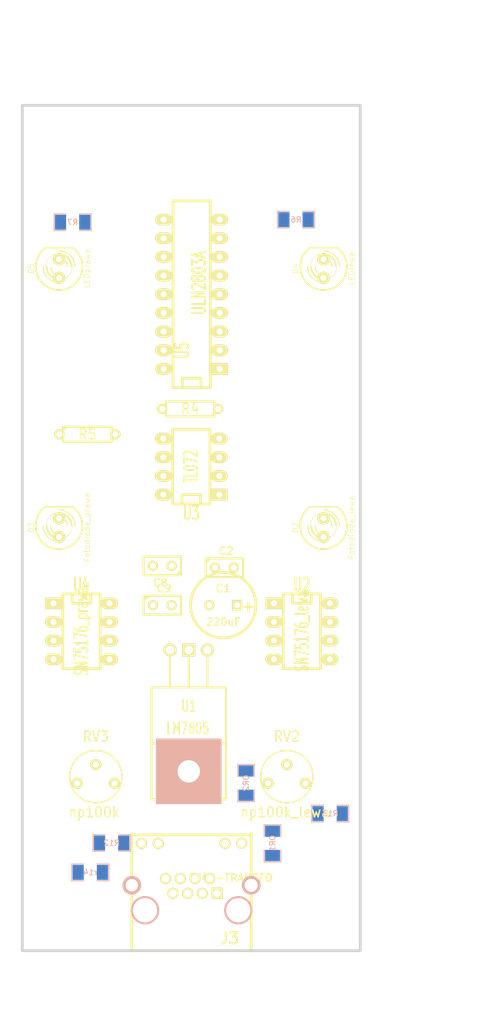
<source format=kicad_pcb>
(kicad_pcb (version 3) (host pcbnew "(2013-07-07 BZR 4022)-stable")

  (general
    (links 63)
    (no_connects 63)
    (area 126.458979 56.108599 172.839381 171.490641)
    (thickness 1.6002)
    (drawings 15)
    (tracks 0)
    (zones 0)
    (modules 25)
    (nets 21)
  )

  (page A4)
  (layers
    (15 Front signal)
    (0 Back signal)
    (16 Kleju_Dolna user)
    (17 Kleju_Gorna user)
    (18 Pasty_Dolna user)
    (19 Pasty_Gorna user)
    (20 Opisowa_Dolna user)
    (21 Opisowa_Gorna user)
    (22 Maski_Dolna user)
    (23 Maski_Gorna user)
    (24 Rysunkowa user)
    (25 Komentarzy user)
    (26 ECO1 user)
    (27 ECO2 user)
    (28 Krawedziowa user)
  )

  (setup
    (last_trace_width 0.50038)
    (trace_clearance 0.29972)
    (zone_clearance 0.508)
    (zone_45_only no)
    (trace_min 0.2032)
    (segment_width 0.381)
    (edge_width 0.381)
    (via_size 0.889)
    (via_drill 0.635)
    (via_min_size 0.889)
    (via_min_drill 0.508)
    (uvia_size 0.508)
    (uvia_drill 0.127)
    (uvias_allowed no)
    (uvia_min_size 0.508)
    (uvia_min_drill 0.127)
    (pcb_text_width 0.3048)
    (pcb_text_size 1.524 2.032)
    (mod_edge_width 0.381)
    (mod_text_size 1.524 1.524)
    (mod_text_width 0.3048)
    (pad_size 1.524 1.524)
    (pad_drill 0.8128)
    (pad_to_mask_clearance 0.254)
    (aux_axis_origin 0 0)
    (visible_elements 7FFFFFFF)
    (pcbplotparams
      (layerselection 268435457)
      (usegerberextensions true)
      (excludeedgelayer true)
      (linewidth 0.100000)
      (plotframeref false)
      (viasonmask false)
      (mode 1)
      (useauxorigin false)
      (hpglpennumber 1)
      (hpglpenspeed 20)
      (hpglpendiameter 15)
      (hpglpenoverlay 2)
      (psnegative false)
      (psa4output false)
      (plotreference true)
      (plotvalue true)
      (plotothertext true)
      (plotinvisibletext false)
      (padsonsilk false)
      (subtractmaskfromsilk false)
      (outputformat 1)
      (mirror false)
      (drillshape 0)
      (scaleselection 1)
      (outputdirectory gerber/))
  )

  (net 0 "")
  (net 1 +5V)
  (net 2 GND)
  (net 3 N-0000019)
  (net 4 N-000002)
  (net 5 N-0000020)
  (net 6 N-0000022)
  (net 7 N-0000023)
  (net 8 N-0000024)
  (net 9 N-0000025)
  (net 10 N-0000026)
  (net 11 N-0000027)
  (net 12 N-0000028)
  (net 13 N-0000029)
  (net 14 N-0000030)
  (net 15 N-0000033)
  (net 16 N-0000034)
  (net 17 N-0000035)
  (net 18 N-000004)
  (net 19 N-000006)
  (net 20 N-000009)

  (net_class Default "This is the default net class."
    (clearance 0.29972)
    (trace_width 0.50038)
    (via_dia 0.889)
    (via_drill 0.635)
    (uvia_dia 0.508)
    (uvia_drill 0.127)
    (add_net "")
    (add_net +5V)
    (add_net N-0000019)
    (add_net N-000002)
    (add_net N-0000020)
    (add_net N-0000022)
    (add_net N-0000023)
    (add_net N-0000024)
    (add_net N-0000025)
    (add_net N-0000026)
    (add_net N-0000027)
    (add_net N-0000028)
    (add_net N-0000029)
    (add_net N-0000030)
    (add_net N-0000033)
    (add_net N-0000034)
    (add_net N-0000035)
    (add_net N-000004)
    (add_net N-000006)
    (add_net N-000009)
  )

  (net_class GND ""
    (clearance 0.29972)
    (trace_width 0.59944)
    (via_dia 0.889)
    (via_drill 0.635)
    (uvia_dia 0.508)
    (uvia_drill 0.127)
    (add_net GND)
  )

  (module C1 (layer Front) (tedit 3F92C496) (tstamp 51AB8605)
    (at 145.699 118.951 180)
    (descr "Condensateur e = 1 pas")
    (tags C)
    (path /50F18F96)
    (fp_text reference C8 (at 0.254 -2.286 180) (layer Opisowa_Gorna)
      (effects (font (size 1.016 1.016) (thickness 0.2032)))
    )
    (fp_text value 100nF (at 0 -2.286 180) (layer Opisowa_Gorna) hide
      (effects (font (size 1.016 1.016) (thickness 0.2032)))
    )
    (fp_line (start -2.4892 -1.27) (end 2.54 -1.27) (layer Opisowa_Gorna) (width 0.3048))
    (fp_line (start 2.54 -1.27) (end 2.54 1.27) (layer Opisowa_Gorna) (width 0.3048))
    (fp_line (start 2.54 1.27) (end -2.54 1.27) (layer Opisowa_Gorna) (width 0.3048))
    (fp_line (start -2.54 1.27) (end -2.54 -1.27) (layer Opisowa_Gorna) (width 0.3048))
    (fp_line (start -2.54 -0.635) (end -1.905 -1.27) (layer Opisowa_Gorna) (width 0.3048))
    (pad 1 thru_hole circle (at -1.27 0 180) (size 1.397 1.397) (drill 0.8128)
      (layers *.Cu *.Mask Opisowa_Gorna)
      (net 2 GND)
    )
    (pad 2 thru_hole circle (at 1.27 0 180) (size 1.397 1.397) (drill 0.8128)
      (layers *.Cu *.Mask Opisowa_Gorna)
      (net 1 +5V)
    )
    (model discret/capa_1_pas.wrl
      (at (xyz 0 0 0))
      (scale (xyz 1 1 1))
      (rotate (xyz 0 0 0))
    )
  )

  (module C1 (layer Front) (tedit 3F92C496) (tstamp 51AB8607)
    (at 154.15 119.2)
    (descr "Condensateur e = 1 pas")
    (tags C)
    (path /50F18F3F)
    (fp_text reference C2 (at 0.254 -2.286) (layer Opisowa_Gorna)
      (effects (font (size 1.016 1.016) (thickness 0.2032)))
    )
    (fp_text value 100nF (at 0 -2.286) (layer Opisowa_Gorna) hide
      (effects (font (size 1.016 1.016) (thickness 0.2032)))
    )
    (fp_line (start -2.4892 -1.27) (end 2.54 -1.27) (layer Opisowa_Gorna) (width 0.3048))
    (fp_line (start 2.54 -1.27) (end 2.54 1.27) (layer Opisowa_Gorna) (width 0.3048))
    (fp_line (start 2.54 1.27) (end -2.54 1.27) (layer Opisowa_Gorna) (width 0.3048))
    (fp_line (start -2.54 1.27) (end -2.54 -1.27) (layer Opisowa_Gorna) (width 0.3048))
    (fp_line (start -2.54 -0.635) (end -1.905 -1.27) (layer Opisowa_Gorna) (width 0.3048))
    (pad 1 thru_hole circle (at -1.27 0) (size 1.397 1.397) (drill 0.8128)
      (layers *.Cu *.Mask Opisowa_Gorna)
      (net 2 GND)
    )
    (pad 2 thru_hole circle (at 1.27 0) (size 1.397 1.397) (drill 0.8128)
      (layers *.Cu *.Mask Opisowa_Gorna)
      (net 8 N-0000024)
    )
    (model discret/capa_1_pas.wrl
      (at (xyz 0 0 0))
      (scale (xyz 1 1 1))
      (rotate (xyz 0 0 0))
    )
  )

  (module DIP-8__300_ELL (layer Front) (tedit 200000) (tstamp 51AB860B)
    (at 164.701 127.851 270)
    (descr "8 pins DIL package, elliptical pads")
    (tags DIL)
    (path /51AB4B39)
    (fp_text reference U2 (at -6.35 0 360) (layer Opisowa_Gorna)
      (effects (font (size 1.778 1.143) (thickness 0.28702)))
    )
    (fp_text value SN75176_lewa (at 0 0 270) (layer Opisowa_Gorna)
      (effects (font (size 1.778 1.016) (thickness 0.254)))
    )
    (fp_line (start -5.08 -1.27) (end -3.81 -1.27) (layer Opisowa_Gorna) (width 0.381))
    (fp_line (start -3.81 -1.27) (end -3.81 1.27) (layer Opisowa_Gorna) (width 0.381))
    (fp_line (start -3.81 1.27) (end -5.08 1.27) (layer Opisowa_Gorna) (width 0.381))
    (fp_line (start -5.08 -2.54) (end 5.08 -2.54) (layer Opisowa_Gorna) (width 0.381))
    (fp_line (start 5.08 -2.54) (end 5.08 2.54) (layer Opisowa_Gorna) (width 0.381))
    (fp_line (start 5.08 2.54) (end -5.08 2.54) (layer Opisowa_Gorna) (width 0.381))
    (fp_line (start -5.08 2.54) (end -5.08 -2.54) (layer Opisowa_Gorna) (width 0.381))
    (pad 1 thru_hole rect (at -3.81 3.81 270) (size 1.5748 2.286) (drill 0.8128)
      (layers *.Cu *.Mask Opisowa_Gorna)
      (net 2 GND)
    )
    (pad 2 thru_hole oval (at -1.27 3.81 270) (size 1.5748 2.286) (drill 0.8128)
      (layers *.Cu *.Mask Opisowa_Gorna)
      (net 2 GND)
    )
    (pad 3 thru_hole oval (at 1.27 3.81 270) (size 1.5748 2.286) (drill 0.8128)
      (layers *.Cu *.Mask Opisowa_Gorna)
      (net 1 +5V)
    )
    (pad 4 thru_hole oval (at 3.81 3.81 270) (size 1.5748 2.286) (drill 0.8128)
      (layers *.Cu *.Mask Opisowa_Gorna)
      (net 9 N-0000025)
    )
    (pad 5 thru_hole oval (at 3.81 -3.81 270) (size 1.5748 2.286) (drill 0.8128)
      (layers *.Cu *.Mask Opisowa_Gorna)
      (net 2 GND)
    )
    (pad 6 thru_hole oval (at 1.27 -3.81 270) (size 1.5748 2.286) (drill 0.8128)
      (layers *.Cu *.Mask Opisowa_Gorna)
      (net 17 N-0000035)
    )
    (pad 7 thru_hole oval (at -1.27 -3.81 270) (size 1.5748 2.286) (drill 0.8128)
      (layers *.Cu *.Mask Opisowa_Gorna)
      (net 12 N-0000028)
    )
    (pad 8 thru_hole oval (at -3.81 -3.81 270) (size 1.5748 2.286) (drill 0.8128)
      (layers *.Cu *.Mask Opisowa_Gorna)
      (net 1 +5V)
    )
    (model dil/dil_8.wrl
      (at (xyz 0 0 0))
      (scale (xyz 1 1 1))
      (rotate (xyz 0 0 0))
    )
  )

  (module DIP-8__300_ELL (layer Front) (tedit 200000) (tstamp 51AB860D)
    (at 149.649 105.451 90)
    (descr "8 pins DIL package, elliptical pads")
    (tags DIL)
    (path /51AB4330)
    (fp_text reference U3 (at -6.35 0 180) (layer Opisowa_Gorna)
      (effects (font (size 1.778 1.143) (thickness 0.28702)))
    )
    (fp_text value TL072 (at 0 0 90) (layer Opisowa_Gorna)
      (effects (font (size 1.778 1.016) (thickness 0.254)))
    )
    (fp_line (start -5.08 -1.27) (end -3.81 -1.27) (layer Opisowa_Gorna) (width 0.381))
    (fp_line (start -3.81 -1.27) (end -3.81 1.27) (layer Opisowa_Gorna) (width 0.381))
    (fp_line (start -3.81 1.27) (end -5.08 1.27) (layer Opisowa_Gorna) (width 0.381))
    (fp_line (start -5.08 -2.54) (end 5.08 -2.54) (layer Opisowa_Gorna) (width 0.381))
    (fp_line (start 5.08 -2.54) (end 5.08 2.54) (layer Opisowa_Gorna) (width 0.381))
    (fp_line (start 5.08 2.54) (end -5.08 2.54) (layer Opisowa_Gorna) (width 0.381))
    (fp_line (start -5.08 2.54) (end -5.08 -2.54) (layer Opisowa_Gorna) (width 0.381))
    (pad 1 thru_hole rect (at -3.81 3.81 90) (size 1.5748 2.286) (drill 0.8128)
      (layers *.Cu *.Mask Opisowa_Gorna)
      (net 20 N-000009)
    )
    (pad 2 thru_hole oval (at -1.27 3.81 90) (size 1.5748 2.286) (drill 0.8128)
      (layers *.Cu *.Mask Opisowa_Gorna)
      (net 6 N-0000022)
    )
    (pad 3 thru_hole oval (at 1.27 3.81 90) (size 1.5748 2.286) (drill 0.8128)
      (layers *.Cu *.Mask Opisowa_Gorna)
      (net 14 N-0000030)
    )
    (pad 4 thru_hole oval (at 3.81 3.81 90) (size 1.5748 2.286) (drill 0.8128)
      (layers *.Cu *.Mask Opisowa_Gorna)
      (net 2 GND)
    )
    (pad 5 thru_hole oval (at 3.81 -3.81 90) (size 1.5748 2.286) (drill 0.8128)
      (layers *.Cu *.Mask Opisowa_Gorna)
      (net 10 N-0000026)
    )
    (pad 6 thru_hole oval (at 1.27 -3.81 90) (size 1.5748 2.286) (drill 0.8128)
      (layers *.Cu *.Mask Opisowa_Gorna)
      (net 4 N-000002)
    )
    (pad 7 thru_hole oval (at -1.27 -3.81 90) (size 1.5748 2.286) (drill 0.8128)
      (layers *.Cu *.Mask Opisowa_Gorna)
      (net 19 N-000006)
    )
    (pad 8 thru_hole oval (at -3.81 -3.81 90) (size 1.5748 2.286) (drill 0.8128)
      (layers *.Cu *.Mask Opisowa_Gorna)
      (net 1 +5V)
    )
    (model dil/dil_8.wrl
      (at (xyz 0 0 0))
      (scale (xyz 1 1 1))
      (rotate (xyz 0 0 0))
    )
  )

  (module DIP-8__300_ELL (layer Front) (tedit 200000) (tstamp 51AB860F)
    (at 134.699 127.851 270)
    (descr "8 pins DIL package, elliptical pads")
    (tags DIL)
    (path /51AB4E03)
    (fp_text reference U4 (at -6.35 0 360) (layer Opisowa_Gorna)
      (effects (font (size 1.778 1.143) (thickness 0.28702)))
    )
    (fp_text value SN75176_prawa (at 0 0 270) (layer Opisowa_Gorna)
      (effects (font (size 1.778 1.016) (thickness 0.254)))
    )
    (fp_line (start -5.08 -1.27) (end -3.81 -1.27) (layer Opisowa_Gorna) (width 0.381))
    (fp_line (start -3.81 -1.27) (end -3.81 1.27) (layer Opisowa_Gorna) (width 0.381))
    (fp_line (start -3.81 1.27) (end -5.08 1.27) (layer Opisowa_Gorna) (width 0.381))
    (fp_line (start -5.08 -2.54) (end 5.08 -2.54) (layer Opisowa_Gorna) (width 0.381))
    (fp_line (start 5.08 -2.54) (end 5.08 2.54) (layer Opisowa_Gorna) (width 0.381))
    (fp_line (start 5.08 2.54) (end -5.08 2.54) (layer Opisowa_Gorna) (width 0.381))
    (fp_line (start -5.08 2.54) (end -5.08 -2.54) (layer Opisowa_Gorna) (width 0.381))
    (pad 1 thru_hole rect (at -3.81 3.81 270) (size 1.5748 2.286) (drill 0.8128)
      (layers *.Cu *.Mask Opisowa_Gorna)
      (net 2 GND)
    )
    (pad 2 thru_hole oval (at -1.27 3.81 270) (size 1.5748 2.286) (drill 0.8128)
      (layers *.Cu *.Mask Opisowa_Gorna)
      (net 2 GND)
    )
    (pad 3 thru_hole oval (at 1.27 3.81 270) (size 1.5748 2.286) (drill 0.8128)
      (layers *.Cu *.Mask Opisowa_Gorna)
      (net 1 +5V)
    )
    (pad 4 thru_hole oval (at 3.81 3.81 270) (size 1.5748 2.286) (drill 0.8128)
      (layers *.Cu *.Mask Opisowa_Gorna)
      (net 3 N-0000019)
    )
    (pad 5 thru_hole oval (at 3.81 -3.81 270) (size 1.5748 2.286) (drill 0.8128)
      (layers *.Cu *.Mask Opisowa_Gorna)
      (net 2 GND)
    )
    (pad 6 thru_hole oval (at 1.27 -3.81 270) (size 1.5748 2.286) (drill 0.8128)
      (layers *.Cu *.Mask Opisowa_Gorna)
      (net 15 N-0000033)
    )
    (pad 7 thru_hole oval (at -1.27 -3.81 270) (size 1.5748 2.286) (drill 0.8128)
      (layers *.Cu *.Mask Opisowa_Gorna)
      (net 13 N-0000029)
    )
    (pad 8 thru_hole oval (at -3.81 -3.81 270) (size 1.5748 2.286) (drill 0.8128)
      (layers *.Cu *.Mask Opisowa_Gorna)
      (net 1 +5V)
    )
    (model dil/dil_8.wrl
      (at (xyz 0 0 0))
      (scale (xyz 1 1 1))
      (rotate (xyz 0 0 0))
    )
  )

  (module LED-5MM (layer Front) (tedit 49BFA269) (tstamp 51AB8611)
    (at 131.651 113.749 90)
    (descr "LED 5mm - Lead pitch 100mil (2,54mm)")
    (tags "LED led 5mm 5MM 100mil 2,54mm")
    (path /51AB4E06)
    (attr virtual)
    (fp_text reference D3 (at 0 -3.81 90) (layer Opisowa_Gorna)
      (effects (font (size 0.762 0.762) (thickness 0.0889)))
    )
    (fp_text value Fotodioda_prawa (at 0 3.81 90) (layer Opisowa_Gorna)
      (effects (font (size 0.762 0.762) (thickness 0.0889)))
    )
    (fp_line (start 2.8448 1.905) (end 2.8448 -1.905) (layer Opisowa_Gorna) (width 0.2032))
    (fp_circle (center 0.254 0) (end -1.016 1.27) (layer Opisowa_Gorna) (width 0.0762))
    (fp_arc (start 0.254 0) (end 2.794 1.905) (angle 286.2) (layer Opisowa_Gorna) (width 0.254))
    (fp_arc (start 0.254 0) (end -0.889 0) (angle 90) (layer Opisowa_Gorna) (width 0.1524))
    (fp_arc (start 0.254 0) (end 1.397 0) (angle 90) (layer Opisowa_Gorna) (width 0.1524))
    (fp_arc (start 0.254 0) (end -1.397 0) (angle 90) (layer Opisowa_Gorna) (width 0.1524))
    (fp_arc (start 0.254 0) (end 1.905 0) (angle 90) (layer Opisowa_Gorna) (width 0.1524))
    (fp_arc (start 0.254 0) (end -1.905 0) (angle 90) (layer Opisowa_Gorna) (width 0.1524))
    (fp_arc (start 0.254 0) (end 2.413 0) (angle 90) (layer Opisowa_Gorna) (width 0.1524))
    (pad 1 thru_hole circle (at -1.27 0 90) (size 1.6764 1.6764) (drill 0.8128)
      (layers *.Cu Pasty_Gorna Opisowa_Gorna Maski_Gorna)
      (net 2 GND)
    )
    (pad 2 thru_hole circle (at 1.27 0 90) (size 1.6764 1.6764) (drill 0.8128)
      (layers *.Cu Pasty_Gorna Opisowa_Gorna Maski_Gorna)
      (net 10 N-0000026)
    )
    (model discret/leds/led5_vertical_verde.wrl
      (at (xyz 0 0 0))
      (scale (xyz 1 1 1))
      (rotate (xyz 0 0 0))
    )
  )

  (module LED-5MM (layer Front) (tedit 49BFA269) (tstamp 51AB8613)
    (at 167.65 113.749 90)
    (descr "LED 5mm - Lead pitch 100mil (2,54mm)")
    (tags "LED led 5mm 5MM 100mil 2,54mm")
    (path /51AB435E)
    (attr virtual)
    (fp_text reference D2 (at 0 -3.81 90) (layer Opisowa_Gorna)
      (effects (font (size 0.762 0.762) (thickness 0.0889)))
    )
    (fp_text value Fotodioda_lewa (at 0 3.81 90) (layer Opisowa_Gorna)
      (effects (font (size 0.762 0.762) (thickness 0.0889)))
    )
    (fp_line (start 2.8448 1.905) (end 2.8448 -1.905) (layer Opisowa_Gorna) (width 0.2032))
    (fp_circle (center 0.254 0) (end -1.016 1.27) (layer Opisowa_Gorna) (width 0.0762))
    (fp_arc (start 0.254 0) (end 2.794 1.905) (angle 286.2) (layer Opisowa_Gorna) (width 0.254))
    (fp_arc (start 0.254 0) (end -0.889 0) (angle 90) (layer Opisowa_Gorna) (width 0.1524))
    (fp_arc (start 0.254 0) (end 1.397 0) (angle 90) (layer Opisowa_Gorna) (width 0.1524))
    (fp_arc (start 0.254 0) (end -1.397 0) (angle 90) (layer Opisowa_Gorna) (width 0.1524))
    (fp_arc (start 0.254 0) (end 1.905 0) (angle 90) (layer Opisowa_Gorna) (width 0.1524))
    (fp_arc (start 0.254 0) (end -1.905 0) (angle 90) (layer Opisowa_Gorna) (width 0.1524))
    (fp_arc (start 0.254 0) (end 2.413 0) (angle 90) (layer Opisowa_Gorna) (width 0.1524))
    (pad 1 thru_hole circle (at -1.27 0 90) (size 1.6764 1.6764) (drill 0.8128)
      (layers *.Cu Pasty_Gorna Opisowa_Gorna Maski_Gorna)
      (net 2 GND)
    )
    (pad 2 thru_hole circle (at 1.27 0 90) (size 1.6764 1.6764) (drill 0.8128)
      (layers *.Cu Pasty_Gorna Opisowa_Gorna Maski_Gorna)
      (net 14 N-0000030)
    )
    (model discret/leds/led5_vertical_verde.wrl
      (at (xyz 0 0 0))
      (scale (xyz 1 1 1))
      (rotate (xyz 0 0 0))
    )
  )

  (module LM78XX (layer Front) (tedit 200000) (tstamp 51AB8614)
    (at 149.3 130.4 270)
    (descr "Regulateur TO220 serie LM78xx")
    (tags "TR TO220")
    (path /50F18F4B)
    (fp_text reference U1 (at 7.62 0 360) (layer Opisowa_Gorna)
      (effects (font (size 1.524 1.016) (thickness 0.2032)))
    )
    (fp_text value LM7805 (at 10.668 0.127 360) (layer Opisowa_Gorna)
      (effects (font (size 1.524 1.016) (thickness 0.2032)))
    )
    (fp_line (start 0 -2.54) (end 5.08 -2.54) (layer Opisowa_Gorna) (width 0.3048))
    (fp_line (start 0 0) (end 5.08 0) (layer Opisowa_Gorna) (width 0.3048))
    (fp_line (start 0 2.54) (end 5.08 2.54) (layer Opisowa_Gorna) (width 0.3048))
    (fp_line (start 5.08 -3.81) (end 5.08 5.08) (layer Opisowa_Gorna) (width 0.3048))
    (fp_line (start 5.08 5.08) (end 20.32 5.08) (layer Opisowa_Gorna) (width 0.3048))
    (fp_line (start 20.32 5.08) (end 20.32 -5.08) (layer Opisowa_Gorna) (width 0.3048))
    (fp_line (start 5.08 -3.81) (end 5.08 -5.08) (layer Opisowa_Gorna) (width 0.3048))
    (fp_line (start 12.7 3.81) (end 12.7 -5.08) (layer Opisowa_Gorna) (width 0.3048))
    (fp_line (start 12.7 3.81) (end 12.7 5.08) (layer Opisowa_Gorna) (width 0.3048))
    (fp_line (start 5.08 -5.08) (end 20.32 -5.08) (layer Opisowa_Gorna) (width 0.3048))
    (pad 4 thru_hole rect (at 16.51 0 270) (size 8.89 8.89) (drill 3.048)
      (layers *.Cu *.SilkS *.Mask)
    )
    (pad VI thru_hole circle (at 0 -2.54 270) (size 1.778 1.778) (drill 1.143)
      (layers *.Cu *.Mask Opisowa_Gorna)
      (net 8 N-0000024)
    )
    (pad GND thru_hole rect (at 0 0 270) (size 1.778 1.778) (drill 1.143)
      (layers *.Cu *.Mask Opisowa_Gorna)
      (net 2 GND)
    )
    (pad VO thru_hole circle (at 0 2.54 270) (size 1.778 1.778) (drill 1.143)
      (layers *.Cu *.Mask Opisowa_Gorna)
      (net 1 +5V)
    )
    (model discret/to220_horiz.wrl
      (at (xyz 0 0 0))
      (scale (xyz 1 1 1))
      (rotate (xyz 0 0 0))
    )
  )

  (module R3 (layer Front) (tedit 200000) (tstamp 51AB8615)
    (at 135.499 101.049)
    (descr "Resitance 3 pas")
    (tags R)
    (path /51AB4E09)
    (autoplace_cost180 10)
    (fp_text reference R5 (at 0 0) (layer Opisowa_Gorna)
      (effects (font (size 1.397 1.27) (thickness 0.2032)))
    )
    (fp_text value 1,5M (at 0 0) (layer Opisowa_Gorna) hide
      (effects (font (size 1.397 1.27) (thickness 0.2032)))
    )
    (fp_line (start -3.81 0) (end -3.302 0) (layer Opisowa_Gorna) (width 0.3048))
    (fp_line (start 3.81 0) (end 3.302 0) (layer Opisowa_Gorna) (width 0.3048))
    (fp_line (start 3.302 0) (end 3.302 -1.016) (layer Opisowa_Gorna) (width 0.3048))
    (fp_line (start 3.302 -1.016) (end -3.302 -1.016) (layer Opisowa_Gorna) (width 0.3048))
    (fp_line (start -3.302 -1.016) (end -3.302 1.016) (layer Opisowa_Gorna) (width 0.3048))
    (fp_line (start -3.302 1.016) (end 3.302 1.016) (layer Opisowa_Gorna) (width 0.3048))
    (fp_line (start 3.302 1.016) (end 3.302 0) (layer Opisowa_Gorna) (width 0.3048))
    (fp_line (start -3.302 -0.508) (end -2.794 -1.016) (layer Opisowa_Gorna) (width 0.3048))
    (pad 1 thru_hole circle (at -3.81 0) (size 1.397 1.397) (drill 0.8128)
      (layers *.Cu *.Mask Opisowa_Gorna)
      (net 10 N-0000026)
    )
    (pad 2 thru_hole circle (at 3.81 0) (size 1.397 1.397) (drill 0.8128)
      (layers *.Cu *.Mask Opisowa_Gorna)
      (net 1 +5V)
    )
    (model discret/resistor.wrl
      (at (xyz 0 0 0))
      (scale (xyz 0.3 0.3 0.3))
      (rotate (xyz 0 0 0))
    )
  )

  (module R3 (layer Front) (tedit 200000) (tstamp 51AB8617)
    (at 149.499 97.5995 180)
    (descr "Resitance 3 pas")
    (tags R)
    (path /50F198D9)
    (autoplace_cost180 10)
    (fp_text reference R4 (at 0 0 180) (layer Opisowa_Gorna)
      (effects (font (size 1.397 1.27) (thickness 0.2032)))
    )
    (fp_text value 1,5M (at 0 0 180) (layer Opisowa_Gorna) hide
      (effects (font (size 1.397 1.27) (thickness 0.2032)))
    )
    (fp_line (start -3.81 0) (end -3.302 0) (layer Opisowa_Gorna) (width 0.3048))
    (fp_line (start 3.81 0) (end 3.302 0) (layer Opisowa_Gorna) (width 0.3048))
    (fp_line (start 3.302 0) (end 3.302 -1.016) (layer Opisowa_Gorna) (width 0.3048))
    (fp_line (start 3.302 -1.016) (end -3.302 -1.016) (layer Opisowa_Gorna) (width 0.3048))
    (fp_line (start -3.302 -1.016) (end -3.302 1.016) (layer Opisowa_Gorna) (width 0.3048))
    (fp_line (start -3.302 1.016) (end 3.302 1.016) (layer Opisowa_Gorna) (width 0.3048))
    (fp_line (start 3.302 1.016) (end 3.302 0) (layer Opisowa_Gorna) (width 0.3048))
    (fp_line (start -3.302 -0.508) (end -2.794 -1.016) (layer Opisowa_Gorna) (width 0.3048))
    (pad 1 thru_hole circle (at -3.81 0 180) (size 1.397 1.397) (drill 0.8128)
      (layers *.Cu *.Mask Opisowa_Gorna)
      (net 14 N-0000030)
    )
    (pad 2 thru_hole circle (at 3.81 0 180) (size 1.397 1.397) (drill 0.8128)
      (layers *.Cu *.Mask Opisowa_Gorna)
      (net 1 +5V)
    )
    (model discret/resistor.wrl
      (at (xyz 0 0 0))
      (scale (xyz 0.3 0.3 0.3))
      (rotate (xyz 0 0 0))
    )
  )

  (module RV2 (layer Front) (tedit 3FA15781) (tstamp 51AB861B)
    (at 136.649 147.249)
    (descr "Resistance variable / potentiometre")
    (tags R)
    (path /51AB4E0D)
    (autoplace_cost90 10)
    (autoplace_cost180 10)
    (fp_text reference RV3 (at 0 -5.08) (layer Opisowa_Gorna)
      (effects (font (size 1.397 1.27) (thickness 0.2032)))
    )
    (fp_text value np100k (at -0.254 5.207) (layer Opisowa_Gorna)
      (effects (font (size 1.397 1.27) (thickness 0.2032)))
    )
    (fp_circle (center 0 0.381) (end 0 -3.175) (layer Opisowa_Gorna) (width 0.2032))
    (pad 1 thru_hole circle (at -2.54 1.27) (size 1.524 1.524) (drill 0.8128)
      (layers *.Cu *.Mask Opisowa_Gorna)
      (net 1 +5V)
    )
    (pad 2 thru_hole circle (at 0 -1.27) (size 1.524 1.524) (drill 0.8128)
      (layers *.Cu *.Mask Opisowa_Gorna)
      (net 4 N-000002)
    )
    (pad 3 thru_hole circle (at 2.54 1.27) (size 1.524 1.524) (drill 0.8128)
      (layers *.Cu *.Mask Opisowa_Gorna)
      (net 2 GND)
    )
    (model discret/adjustable_rx2.wrl
      (at (xyz 0 0 0))
      (scale (xyz 1 1 1))
      (rotate (xyz 0 0 0))
    )
  )

  (module RV2 (layer Front) (tedit 3FA15781) (tstamp 51AB861D)
    (at 162.649 147.249)
    (descr "Resistance variable / potentiometre")
    (tags R)
    (path /50F19795)
    (autoplace_cost90 10)
    (autoplace_cost180 10)
    (fp_text reference RV2 (at 0 -5.08) (layer Opisowa_Gorna)
      (effects (font (size 1.397 1.27) (thickness 0.2032)))
    )
    (fp_text value np100k_lewa (at -0.254 5.207) (layer Opisowa_Gorna)
      (effects (font (size 1.397 1.27) (thickness 0.2032)))
    )
    (fp_circle (center 0 0.381) (end 0 -3.175) (layer Opisowa_Gorna) (width 0.2032))
    (pad 1 thru_hole circle (at -2.54 1.27) (size 1.524 1.524) (drill 0.8128)
      (layers *.Cu *.Mask Opisowa_Gorna)
      (net 1 +5V)
    )
    (pad 2 thru_hole circle (at 0 -1.27) (size 1.524 1.524) (drill 0.8128)
      (layers *.Cu *.Mask Opisowa_Gorna)
      (net 6 N-0000022)
    )
    (pad 3 thru_hole circle (at 2.54 1.27) (size 1.524 1.524) (drill 0.8128)
      (layers *.Cu *.Mask Opisowa_Gorna)
      (net 2 GND)
    )
    (model discret/adjustable_rx2.wrl
      (at (xyz 0 0 0))
      (scale (xyz 1 1 1))
      (rotate (xyz 0 0 0))
    )
  )

  (module LED-5MM (layer Front) (tedit 49BFA269) (tstamp 51AC4AA4)
    (at 131.651 78.5012 90)
    (descr "LED 5mm - Lead pitch 100mil (2,54mm)")
    (tags "LED led 5mm 5MM 100mil 2,54mm")
    (path /51AC472E)
    (attr virtual)
    (fp_text reference D5 (at 0 -3.81 90) (layer Opisowa_Gorna)
      (effects (font (size 0.762 0.762) (thickness 0.0889)))
    )
    (fp_text value LEDprawa (at 0 3.81 90) (layer Opisowa_Gorna)
      (effects (font (size 0.762 0.762) (thickness 0.0889)))
    )
    (fp_line (start 2.8448 1.905) (end 2.8448 -1.905) (layer Opisowa_Gorna) (width 0.2032))
    (fp_circle (center 0.254 0) (end -1.016 1.27) (layer Opisowa_Gorna) (width 0.0762))
    (fp_arc (start 0.254 0) (end 2.794 1.905) (angle 286.2) (layer Opisowa_Gorna) (width 0.254))
    (fp_arc (start 0.254 0) (end -0.889 0) (angle 90) (layer Opisowa_Gorna) (width 0.1524))
    (fp_arc (start 0.254 0) (end 1.397 0) (angle 90) (layer Opisowa_Gorna) (width 0.1524))
    (fp_arc (start 0.254 0) (end -1.397 0) (angle 90) (layer Opisowa_Gorna) (width 0.1524))
    (fp_arc (start 0.254 0) (end 1.905 0) (angle 90) (layer Opisowa_Gorna) (width 0.1524))
    (fp_arc (start 0.254 0) (end -1.905 0) (angle 90) (layer Opisowa_Gorna) (width 0.1524))
    (fp_arc (start 0.254 0) (end 2.413 0) (angle 90) (layer Opisowa_Gorna) (width 0.1524))
    (pad 1 thru_hole circle (at -1.27 0 90) (size 1.6764 1.6764) (drill 0.8128)
      (layers *.Cu Pasty_Gorna Opisowa_Gorna Maski_Gorna)
      (net 5 N-0000020)
    )
    (pad 2 thru_hole circle (at 1.27 0 90) (size 1.6764 1.6764) (drill 0.8128)
      (layers *.Cu Pasty_Gorna Opisowa_Gorna Maski_Gorna)
      (net 3 N-0000019)
    )
    (model discret/leds/led5_vertical_verde.wrl
      (at (xyz 0 0 0))
      (scale (xyz 1 1 1))
      (rotate (xyz 0 0 0))
    )
  )

  (module LED-5MM (layer Front) (tedit 49BFA269) (tstamp 51AC4AA6)
    (at 167.65 78.5012 90)
    (descr "LED 5mm - Lead pitch 100mil (2,54mm)")
    (tags "LED led 5mm 5MM 100mil 2,54mm")
    (path /51AC46E5)
    (attr virtual)
    (fp_text reference D4 (at 0 -3.81 90) (layer Opisowa_Gorna)
      (effects (font (size 0.762 0.762) (thickness 0.0889)))
    )
    (fp_text value LEDlewa (at 0 3.81 90) (layer Opisowa_Gorna)
      (effects (font (size 0.762 0.762) (thickness 0.0889)))
    )
    (fp_line (start 2.8448 1.905) (end 2.8448 -1.905) (layer Opisowa_Gorna) (width 0.2032))
    (fp_circle (center 0.254 0) (end -1.016 1.27) (layer Opisowa_Gorna) (width 0.0762))
    (fp_arc (start 0.254 0) (end 2.794 1.905) (angle 286.2) (layer Opisowa_Gorna) (width 0.254))
    (fp_arc (start 0.254 0) (end -0.889 0) (angle 90) (layer Opisowa_Gorna) (width 0.1524))
    (fp_arc (start 0.254 0) (end 1.397 0) (angle 90) (layer Opisowa_Gorna) (width 0.1524))
    (fp_arc (start 0.254 0) (end -1.397 0) (angle 90) (layer Opisowa_Gorna) (width 0.1524))
    (fp_arc (start 0.254 0) (end 1.905 0) (angle 90) (layer Opisowa_Gorna) (width 0.1524))
    (fp_arc (start 0.254 0) (end -1.905 0) (angle 90) (layer Opisowa_Gorna) (width 0.1524))
    (fp_arc (start 0.254 0) (end 2.413 0) (angle 90) (layer Opisowa_Gorna) (width 0.1524))
    (pad 1 thru_hole circle (at -1.27 0 90) (size 1.6764 1.6764) (drill 0.8128)
      (layers *.Cu Pasty_Gorna Opisowa_Gorna Maski_Gorna)
      (net 18 N-000004)
    )
    (pad 2 thru_hole circle (at 1.27 0 90) (size 1.6764 1.6764) (drill 0.8128)
      (layers *.Cu Pasty_Gorna Opisowa_Gorna Maski_Gorna)
      (net 9 N-0000025)
    )
    (model discret/leds/led5_vertical_verde.wrl
      (at (xyz 0 0 0))
      (scale (xyz 1 1 1))
      (rotate (xyz 0 0 0))
    )
  )

  (module RJ45_RJHSE (layer Front) (tedit 5202C948) (tstamp 5202C99F)
    (at 154.851 161.501)
    (tags RJ45)
    (path /5202B112)
    (fp_text reference J3 (at 0 8.128) (layer Opisowa_Gorna)
      (effects (font (size 1.524 1.524) (thickness 0.3048)))
    )
    (fp_text value RJ45-TRANSFO (at 0.14224 -0.1016) (layer Opisowa_Gorna)
      (effects (font (size 1.00076 1.00076) (thickness 0.2032)))
    )
    (fp_line (start -13.29944 9.79932) (end 2.94894 9.79932) (layer Opisowa_Gorna) (width 0.381))
    (fp_line (start -13.29944 9.79932) (end -13.29944 -5.95122) (layer Opisowa_Gorna) (width 0.381))
    (fp_line (start -13.29944 -5.95122) (end 2.90068 -5.95122) (layer Opisowa_Gorna) (width 0.381))
    (fp_line (start 2.94894 9.79932) (end 2.94894 -6.20014) (layer Opisowa_Gorna) (width 0.381))
    (pad Hole thru_hole circle (at 1.19888 4.30022) (size 3.85064 3.85064) (drill 3.302)
      (layers *.Cu *.SilkS *.Mask)
    )
    (pad Hole thru_hole circle (at -11.50112 4.30022) (size 3.85064 3.85064) (drill 3.302)
      (layers *.Cu *.SilkS *.Mask)
    )
    (pad 8 thru_hole circle (at -8.6995 0) (size 1.524 1.524) (drill 1.016)
      (layers *.Cu *.Mask Opisowa_Gorna)
      (net 2 GND)
    )
    (pad 7 thru_hole circle (at -7.69874 1.99898) (size 1.524 1.524) (drill 1.016)
      (layers *.Cu *.Mask Opisowa_Gorna)
    )
    (pad 6 thru_hole circle (at -6.70052 0) (size 1.524 1.524) (drill 1.016)
      (layers *.Cu *.Mask Opisowa_Gorna)
      (net 13 N-0000029)
    )
    (pad 5 thru_hole circle (at -5.69976 1.99898) (size 1.524 1.524) (drill 1.016)
      (layers *.Cu *.Mask Opisowa_Gorna)
      (net 15 N-0000033)
    )
    (pad 4 thru_hole circle (at -4.699 0) (size 1.524 1.524) (drill 1.016)
      (layers *.Cu *.Mask Opisowa_Gorna)
      (net 12 N-0000028)
    )
    (pad 3 thru_hole circle (at -3.70078 1.99898) (size 1.524 1.524) (drill 1.016)
      (layers *.Cu *.Mask Opisowa_Gorna)
      (net 17 N-0000035)
    )
    (pad 2 thru_hole circle (at -2.70002 0) (size 1.524 1.524) (drill 1.016)
      (layers *.Cu *.Mask Opisowa_Gorna)
    )
    (pad 13 thru_hole circle (at 2.94894 0.89916) (size 2.54 2.54) (drill 1.778)
      (layers *.Cu *.SilkS *.Mask)
      (net 2 GND)
    )
    (pad 13 thru_hole circle (at -13.29944 0.89916) (size 2.54 2.54) (drill 1.69926)
      (layers *.Cu *.SilkS *.Mask)
      (net 2 GND)
    )
    (pad YK thru_hole circle (at -9.70026 -4.8006) (size 1.524 1.524) (drill 1.016)
      (layers *.Cu *.Mask Opisowa_Gorna)
      (net 11 N-0000027)
    )
    (pad GA thru_hole circle (at -0.59944 -4.8006) (size 1.524 1.524) (drill 1.016)
      (layers *.Cu *.Mask Opisowa_Gorna)
    )
    (pad YA thru_hole circle (at -11.99896 -4.8006) (size 1.524 1.524) (drill 1.016)
      (layers *.Cu *.Mask Opisowa_Gorna)
      (net 1 +5V)
    )
    (pad GK thru_hole circle (at 1.651 -4.826) (size 1.524 1.524) (drill 1.016)
      (layers *.Cu *.Mask Opisowa_Gorna)
    )
    (pad 1 thru_hole rect (at -1.69926 1.99898) (size 1.524 1.524) (drill 1.016)
      (layers *.Cu *.Mask Opisowa_Gorna)
      (net 16 N-0000034)
    )
  )

  (module SM1206 (layer Back) (tedit 42806E24) (tstamp 51AC4AA9)
    (at 163.901 71.849)
    (path /51AC46F2)
    (attr smd)
    (fp_text reference R6 (at 0 0) (layer Opisowa_Dolna)
      (effects (font (size 0.762 0.762) (thickness 0.127)) (justify mirror))
    )
    (fp_text value 470 (at 0 0) (layer Opisowa_Dolna) hide
      (effects (font (size 0.762 0.762) (thickness 0.127)) (justify mirror))
    )
    (fp_line (start -2.54 1.143) (end -2.54 -1.143) (layer Opisowa_Dolna) (width 0.127))
    (fp_line (start -2.54 -1.143) (end -0.889 -1.143) (layer Opisowa_Dolna) (width 0.127))
    (fp_line (start 0.889 1.143) (end 2.54 1.143) (layer Opisowa_Dolna) (width 0.127))
    (fp_line (start 2.54 1.143) (end 2.54 -1.143) (layer Opisowa_Dolna) (width 0.127))
    (fp_line (start 2.54 -1.143) (end 0.889 -1.143) (layer Opisowa_Dolna) (width 0.127))
    (fp_line (start -0.889 1.143) (end -2.54 1.143) (layer Opisowa_Dolna) (width 0.127))
    (pad 1 smd rect (at -1.651 0) (size 1.524 2.032)
      (layers Back Pasty_Dolna Maski_Dolna)
      (net 1 +5V)
    )
    (pad 2 smd rect (at 1.651 0) (size 1.524 2.032)
      (layers Back Pasty_Dolna Maski_Dolna)
      (net 18 N-000004)
    )
    (model smd/chip_cms.wrl
      (at (xyz 0 0 0))
      (scale (xyz 0.17 0.16 0.16))
      (rotate (xyz 0 0 0))
    )
  )

  (module SM1206 (layer Back) (tedit 42806E24) (tstamp 51AC4AA7)
    (at 133.5 72.2 180)
    (path /51AC472D)
    (attr smd)
    (fp_text reference R7 (at 0 0 180) (layer Opisowa_Dolna)
      (effects (font (size 0.762 0.762) (thickness 0.127)) (justify mirror))
    )
    (fp_text value 470 (at 0 0 180) (layer Opisowa_Dolna) hide
      (effects (font (size 0.762 0.762) (thickness 0.127)) (justify mirror))
    )
    (fp_line (start -2.54 1.143) (end -2.54 -1.143) (layer Opisowa_Dolna) (width 0.127))
    (fp_line (start -2.54 -1.143) (end -0.889 -1.143) (layer Opisowa_Dolna) (width 0.127))
    (fp_line (start 0.889 1.143) (end 2.54 1.143) (layer Opisowa_Dolna) (width 0.127))
    (fp_line (start 2.54 1.143) (end 2.54 -1.143) (layer Opisowa_Dolna) (width 0.127))
    (fp_line (start 2.54 -1.143) (end 0.889 -1.143) (layer Opisowa_Dolna) (width 0.127))
    (fp_line (start -0.889 1.143) (end -2.54 1.143) (layer Opisowa_Dolna) (width 0.127))
    (pad 1 smd rect (at -1.651 0 180) (size 1.524 2.032)
      (layers Back Pasty_Dolna Maski_Dolna)
      (net 1 +5V)
    )
    (pad 2 smd rect (at 1.651 0 180) (size 1.524 2.032)
      (layers Back Pasty_Dolna Maski_Dolna)
      (net 5 N-0000020)
    )
    (model smd/chip_cms.wrl
      (at (xyz 0 0 0))
      (scale (xyz 0.17 0.16 0.16))
      (rotate (xyz 0 0 0))
    )
  )

  (module SM1206 (layer Back) (tedit 42806E24) (tstamp 5202C99A)
    (at 138.801 156.649 180)
    (path /5202B334)
    (attr smd)
    (fp_text reference R12 (at 0 0 180) (layer Opisowa_Dolna)
      (effects (font (size 0.762 0.762) (thickness 0.127)) (justify mirror))
    )
    (fp_text value 470 (at 0 0 180) (layer Opisowa_Dolna) hide
      (effects (font (size 0.762 0.762) (thickness 0.127)) (justify mirror))
    )
    (fp_line (start -2.54 1.143) (end -2.54 -1.143) (layer Opisowa_Dolna) (width 0.127))
    (fp_line (start -2.54 -1.143) (end -0.889 -1.143) (layer Opisowa_Dolna) (width 0.127))
    (fp_line (start 0.889 1.143) (end 2.54 1.143) (layer Opisowa_Dolna) (width 0.127))
    (fp_line (start 2.54 1.143) (end 2.54 -1.143) (layer Opisowa_Dolna) (width 0.127))
    (fp_line (start 2.54 -1.143) (end 0.889 -1.143) (layer Opisowa_Dolna) (width 0.127))
    (fp_line (start -0.889 1.143) (end -2.54 1.143) (layer Opisowa_Dolna) (width 0.127))
    (pad 1 smd rect (at -1.651 0 180) (size 1.524 2.032)
      (layers Back Pasty_Dolna Maski_Dolna)
      (net 11 N-0000027)
    )
    (pad 2 smd rect (at 1.651 0 180) (size 1.524 2.032)
      (layers Back Pasty_Dolna Maski_Dolna)
      (net 2 GND)
    )
    (model smd/chip_cms.wrl
      (at (xyz 0 0 0))
      (scale (xyz 0.17 0.16 0.16))
      (rotate (xyz 0 0 0))
    )
  )

  (module SM1206 (layer Back) (tedit 42806E24) (tstamp 520F4FB9)
    (at 168.549 152.649)
    (path /520F4DD8)
    (attr smd)
    (fp_text reference R13 (at 0 0) (layer Opisowa_Dolna)
      (effects (font (size 0.762 0.762) (thickness 0.127)) (justify mirror))
    )
    (fp_text value 100 (at 0 0) (layer Opisowa_Dolna) hide
      (effects (font (size 0.762 0.762) (thickness 0.127)) (justify mirror))
    )
    (fp_line (start -2.54 1.143) (end -2.54 -1.143) (layer Opisowa_Dolna) (width 0.127))
    (fp_line (start -2.54 -1.143) (end -0.889 -1.143) (layer Opisowa_Dolna) (width 0.127))
    (fp_line (start 0.889 1.143) (end 2.54 1.143) (layer Opisowa_Dolna) (width 0.127))
    (fp_line (start 2.54 1.143) (end 2.54 -1.143) (layer Opisowa_Dolna) (width 0.127))
    (fp_line (start 2.54 -1.143) (end 0.889 -1.143) (layer Opisowa_Dolna) (width 0.127))
    (fp_line (start -0.889 1.143) (end -2.54 1.143) (layer Opisowa_Dolna) (width 0.127))
    (pad 1 smd rect (at -1.651 0) (size 1.524 2.032)
      (layers Back Pasty_Dolna Maski_Dolna)
      (net 12 N-0000028)
    )
    (pad 2 smd rect (at 1.651 0) (size 1.524 2.032)
      (layers Back Pasty_Dolna Maski_Dolna)
      (net 17 N-0000035)
    )
    (model smd/chip_cms.wrl
      (at (xyz 0 0 0))
      (scale (xyz 0.17 0.16 0.16))
      (rotate (xyz 0 0 0))
    )
  )

  (module SM1206 (layer Back) (tedit 42806E24) (tstamp 520F4FBB)
    (at 135.9 160.65)
    (path /520F4DED)
    (attr smd)
    (fp_text reference r14 (at 0 0) (layer Opisowa_Dolna)
      (effects (font (size 0.762 0.762) (thickness 0.127)) (justify mirror))
    )
    (fp_text value 100 (at 0 0) (layer Opisowa_Dolna) hide
      (effects (font (size 0.762 0.762) (thickness 0.127)) (justify mirror))
    )
    (fp_line (start -2.54 1.143) (end -2.54 -1.143) (layer Opisowa_Dolna) (width 0.127))
    (fp_line (start -2.54 -1.143) (end -0.889 -1.143) (layer Opisowa_Dolna) (width 0.127))
    (fp_line (start 0.889 1.143) (end 2.54 1.143) (layer Opisowa_Dolna) (width 0.127))
    (fp_line (start 2.54 1.143) (end 2.54 -1.143) (layer Opisowa_Dolna) (width 0.127))
    (fp_line (start 2.54 -1.143) (end 0.889 -1.143) (layer Opisowa_Dolna) (width 0.127))
    (fp_line (start -0.889 1.143) (end -2.54 1.143) (layer Opisowa_Dolna) (width 0.127))
    (pad 1 smd rect (at -1.651 0) (size 1.524 2.032)
      (layers Back Pasty_Dolna Maski_Dolna)
      (net 15 N-0000033)
    )
    (pad 2 smd rect (at 1.651 0) (size 1.524 2.032)
      (layers Back Pasty_Dolna Maski_Dolna)
      (net 13 N-0000029)
    )
    (model smd/chip_cms.wrl
      (at (xyz 0 0 0))
      (scale (xyz 0.17 0.16 0.16))
      (rotate (xyz 0 0 0))
    )
  )

  (module C1.5V8V (layer Front) (tedit 4512B232) (tstamp 51AB860A)
    (at 154 124.3 180)
    (path /50F18F3D)
    (fp_text reference C1 (at 0 2.286 180) (layer Opisowa_Gorna)
      (effects (font (size 1.016 1.016) (thickness 0.2032)))
    )
    (fp_text value 220uF (at 0 -2.286 180) (layer Opisowa_Gorna)
      (effects (font (size 1.016 1.016) (thickness 0.2032)))
    )
    (fp_text user + (at -3.429 -0.127 180) (layer Opisowa_Gorna)
      (effects (font (size 1.524 1.524) (thickness 0.3048)))
    )
    (fp_circle (center 0 0) (end 0 4.445) (layer Opisowa_Gorna) (width 0.381))
    (pad 1 thru_hole rect (at -1.905 0 180) (size 1.397 1.397) (drill 0.8128)
      (layers *.Cu *.Mask Opisowa_Gorna)
      (net 8 N-0000024)
    )
    (pad 2 thru_hole circle (at 1.905 0 180) (size 1.397 1.397) (drill 0.8128)
      (layers *.Cu *.Mask Opisowa_Gorna)
      (net 2 GND)
    )
    (model discret/c_vert_c1v8.wrl
      (at (xyz 0 0 0))
      (scale (xyz 1.5 1.5 1))
      (rotate (xyz 0 0 0))
    )
  )

  (module C1 (layer Front) (tedit 3F92C496) (tstamp 51AB8608)
    (at 145.699 124.3)
    (descr "Condensateur e = 1 pas")
    (tags C)
    (path /50F18F99)
    (fp_text reference C9 (at 0.254 -2.286) (layer Opisowa_Gorna)
      (effects (font (size 1.016 1.016) (thickness 0.2032)))
    )
    (fp_text value 100uF (at 0 -2.286) (layer Opisowa_Gorna) hide
      (effects (font (size 1.016 1.016) (thickness 0.2032)))
    )
    (fp_line (start -2.4892 -1.27) (end 2.54 -1.27) (layer Opisowa_Gorna) (width 0.3048))
    (fp_line (start 2.54 -1.27) (end 2.54 1.27) (layer Opisowa_Gorna) (width 0.3048))
    (fp_line (start 2.54 1.27) (end -2.54 1.27) (layer Opisowa_Gorna) (width 0.3048))
    (fp_line (start -2.54 1.27) (end -2.54 -1.27) (layer Opisowa_Gorna) (width 0.3048))
    (fp_line (start -2.54 -0.635) (end -1.905 -1.27) (layer Opisowa_Gorna) (width 0.3048))
    (pad 1 thru_hole circle (at -1.27 0) (size 1.397 1.397) (drill 0.8128)
      (layers *.Cu *.Mask Opisowa_Gorna)
      (net 1 +5V)
    )
    (pad 2 thru_hole circle (at 1.27 0) (size 1.397 1.397) (drill 0.8128)
      (layers *.Cu *.Mask Opisowa_Gorna)
      (net 2 GND)
    )
    (model discret/capa_1_pas.wrl
      (at (xyz 0 0 0))
      (scale (xyz 1 1 1))
      (rotate (xyz 0 0 0))
    )
  )

  (module DIP-18__300_ELL (layer Front) (tedit 200000) (tstamp 5202C9A2)
    (at 149.7 81.9988 90)
    (descr "18 pins DIL package, elliptical pads")
    (path /51FECDFF)
    (fp_text reference U5 (at -7.62 -1.27 90) (layer Opisowa_Gorna)
      (effects (font (size 1.778 1.143) (thickness 0.28702)))
    )
    (fp_text value ULN2803A (at 1.524 1.016 90) (layer Opisowa_Gorna)
      (effects (font (size 1.778 1.143) (thickness 0.28702)))
    )
    (fp_line (start -12.7 -1.27) (end -11.43 -1.27) (layer Opisowa_Gorna) (width 0.381))
    (fp_line (start -11.43 -1.27) (end -11.43 1.27) (layer Opisowa_Gorna) (width 0.381))
    (fp_line (start -11.43 1.27) (end -12.7 1.27) (layer Opisowa_Gorna) (width 0.381))
    (fp_line (start -12.7 -2.54) (end 12.7 -2.54) (layer Opisowa_Gorna) (width 0.381))
    (fp_line (start 12.7 -2.54) (end 12.7 2.54) (layer Opisowa_Gorna) (width 0.381))
    (fp_line (start 12.7 2.54) (end -12.7 2.54) (layer Opisowa_Gorna) (width 0.381))
    (fp_line (start -12.7 2.54) (end -12.7 -2.54) (layer Opisowa_Gorna) (width 0.381))
    (pad 1 thru_hole rect (at -10.16 3.81 90) (size 1.5748 2.286) (drill 0.8128)
      (layers *.Cu *.Mask Opisowa_Gorna)
      (net 20 N-000009)
    )
    (pad 2 thru_hole oval (at -7.62 3.81 90) (size 1.5748 2.286) (drill 0.8128)
      (layers *.Cu *.Mask Opisowa_Gorna)
      (net 19 N-000006)
    )
    (pad 3 thru_hole oval (at -5.08 3.81 90) (size 1.5748 2.286) (drill 0.8128)
      (layers *.Cu *.Mask Opisowa_Gorna)
    )
    (pad 4 thru_hole oval (at -2.54 3.81 90) (size 1.5748 2.286) (drill 0.8128)
      (layers *.Cu *.Mask Opisowa_Gorna)
    )
    (pad 5 thru_hole oval (at 0 3.81 90) (size 1.5748 2.286) (drill 0.8128)
      (layers *.Cu *.Mask Opisowa_Gorna)
    )
    (pad 6 thru_hole oval (at 2.54 3.81 90) (size 1.5748 2.286) (drill 0.8128)
      (layers *.Cu *.Mask Opisowa_Gorna)
    )
    (pad 7 thru_hole oval (at 5.08 3.81 90) (size 1.5748 2.286) (drill 0.8128)
      (layers *.Cu *.Mask Opisowa_Gorna)
    )
    (pad 8 thru_hole oval (at 7.62 3.81 90) (size 1.5748 2.286) (drill 0.8128)
      (layers *.Cu *.Mask Opisowa_Gorna)
    )
    (pad 9 thru_hole oval (at 10.16 3.81 90) (size 1.5748 2.286) (drill 0.8128)
      (layers *.Cu *.Mask Opisowa_Gorna)
      (net 2 GND)
    )
    (pad 10 thru_hole oval (at 10.16 -3.81 90) (size 1.5748 2.286) (drill 0.8128)
      (layers *.Cu *.Mask Opisowa_Gorna)
      (net 1 +5V)
    )
    (pad 11 thru_hole oval (at 7.62 -3.81 90) (size 1.5748 2.286) (drill 0.8128)
      (layers *.Cu *.Mask Opisowa_Gorna)
    )
    (pad 12 thru_hole oval (at 5.08 -3.81 90) (size 1.5748 2.286) (drill 0.8128)
      (layers *.Cu *.Mask Opisowa_Gorna)
    )
    (pad 13 thru_hole oval (at 2.54 -3.81 90) (size 1.5748 2.286) (drill 0.8128)
      (layers *.Cu *.Mask Opisowa_Gorna)
    )
    (pad 14 thru_hole oval (at 0 -3.81 90) (size 1.5748 2.286) (drill 0.8128)
      (layers *.Cu *.Mask Opisowa_Gorna)
    )
    (pad 15 thru_hole oval (at -2.54 -3.81 90) (size 1.5748 2.286) (drill 0.8128)
      (layers *.Cu *.Mask Opisowa_Gorna)
    )
    (pad 16 thru_hole oval (at -5.08 -3.81 90) (size 1.5748 2.286) (drill 0.8128)
      (layers *.Cu *.Mask Opisowa_Gorna)
    )
    (pad 17 thru_hole oval (at -7.62 -3.81 90) (size 1.5748 2.286) (drill 0.8128)
      (layers *.Cu *.Mask Opisowa_Gorna)
      (net 3 N-0000019)
    )
    (pad 18 thru_hole oval (at -10.16 -3.81 90) (size 1.5748 2.286) (drill 0.8128)
      (layers *.Cu *.Mask Opisowa_Gorna)
      (net 9 N-0000025)
    )
    (model dil/dil_18.wrl
      (at (xyz 0 0 0))
      (scale (xyz 1 1 1))
      (rotate (xyz 0 0 0))
    )
  )

  (module SM1206 (layer Back) (tedit 42806E24) (tstamp 52348505)
    (at 160.7 156.7 90)
    (path /523484E2)
    (attr smd)
    (fp_text reference 0R1 (at 0 0 90) (layer Opisowa_Dolna)
      (effects (font (size 0.762 0.762) (thickness 0.127)) (justify mirror))
    )
    (fp_text value R (at 0 0 90) (layer Opisowa_Dolna) hide
      (effects (font (size 0.762 0.762) (thickness 0.127)) (justify mirror))
    )
    (fp_line (start -2.54 1.143) (end -2.54 -1.143) (layer Opisowa_Dolna) (width 0.127))
    (fp_line (start -2.54 -1.143) (end -0.889 -1.143) (layer Opisowa_Dolna) (width 0.127))
    (fp_line (start 0.889 1.143) (end 2.54 1.143) (layer Opisowa_Dolna) (width 0.127))
    (fp_line (start 2.54 1.143) (end 2.54 -1.143) (layer Opisowa_Dolna) (width 0.127))
    (fp_line (start 2.54 -1.143) (end 0.889 -1.143) (layer Opisowa_Dolna) (width 0.127))
    (fp_line (start -0.889 1.143) (end -2.54 1.143) (layer Opisowa_Dolna) (width 0.127))
    (pad 1 smd rect (at -1.651 0 90) (size 1.524 2.032)
      (layers Back Pasty_Dolna Maski_Dolna)
      (net 16 N-0000034)
    )
    (pad 2 smd rect (at 1.651 0 90) (size 1.524 2.032)
      (layers Back Pasty_Dolna Maski_Dolna)
      (net 7 N-0000023)
    )
    (model smd/chip_cms.wrl
      (at (xyz 0 0 0))
      (scale (xyz 0.17 0.16 0.16))
      (rotate (xyz 0 0 0))
    )
  )

  (module SM1206 (layer Back) (tedit 42806E24) (tstamp 52348511)
    (at 157.1 148.5 270)
    (path /523484EF)
    (attr smd)
    (fp_text reference 0R2 (at 0 0 270) (layer Opisowa_Dolna)
      (effects (font (size 0.762 0.762) (thickness 0.127)) (justify mirror))
    )
    (fp_text value R (at 0 0 270) (layer Opisowa_Dolna) hide
      (effects (font (size 0.762 0.762) (thickness 0.127)) (justify mirror))
    )
    (fp_line (start -2.54 1.143) (end -2.54 -1.143) (layer Opisowa_Dolna) (width 0.127))
    (fp_line (start -2.54 -1.143) (end -0.889 -1.143) (layer Opisowa_Dolna) (width 0.127))
    (fp_line (start 0.889 1.143) (end 2.54 1.143) (layer Opisowa_Dolna) (width 0.127))
    (fp_line (start 2.54 1.143) (end 2.54 -1.143) (layer Opisowa_Dolna) (width 0.127))
    (fp_line (start 2.54 -1.143) (end 0.889 -1.143) (layer Opisowa_Dolna) (width 0.127))
    (fp_line (start -0.889 1.143) (end -2.54 1.143) (layer Opisowa_Dolna) (width 0.127))
    (pad 1 smd rect (at -1.651 0 270) (size 1.524 2.032)
      (layers Back Pasty_Dolna Maski_Dolna)
      (net 8 N-0000024)
    )
    (pad 2 smd rect (at 1.651 0 270) (size 1.524 2.032)
      (layers Back Pasty_Dolna Maski_Dolna)
      (net 7 N-0000023)
    )
    (model smd/chip_cms.wrl
      (at (xyz 0 0 0))
      (scale (xyz 0.17 0.16 0.16))
      (rotate (xyz 0 0 0))
    )
  )

  (gr_line (start 123.7996 113.79962) (end 179.49926 113.79962) (angle 90) (layer Komentarzy) (width 0.381))
  (gr_line (start 138.8491 113.79962) (end 123.7996 113.79962) (angle 90) (layer Komentarzy) (width 0.381))
  (gr_line (start 128.15062 171.30014) (end 128.15062 180.8988) (angle 90) (layer Komentarzy) (width 0.381))
  (gr_line (start 171.15028 171.30014) (end 171.15028 181.09946) (angle 90) (layer Komentarzy) (width 0.381))
  (dimension 45.9994 (width 0.3048) (layer Komentarzy)
    (gr_text "45,999 mm" (at 149.71268 44.3992 359.7) (layer Komentarzy)
      (effects (font (size 2.032 1.524) (thickness 0.3048)))
    )
    (feature1 (pts (xy 172.64888 56.75122) (xy 172.72 42.9006)))
    (feature2 (pts (xy 126.64948 56.49976) (xy 126.7206 42.64914)))
    (crossbar (pts (xy 126.70536 45.90034) (xy 172.70476 46.1518)))
    (arrow1a (pts (xy 172.70476 46.1518) (xy 171.577 46.73092)))
    (arrow1b (pts (xy 172.70476 46.1518) (xy 171.58208 45.55998)))
    (arrow2a (pts (xy 126.70536 45.90034) (xy 127.82804 46.49216)))
    (arrow2b (pts (xy 126.70536 45.90034) (xy 127.83312 45.32122)))
  )
  (dimension 115.00104 (width 0.3048) (layer Komentarzy)
    (gr_text "115,001 mm" (at 184.49798 113.76406 270.1) (layer Komentarzy)
      (effects (font (size 2.032 1.524) (thickness 0.3048)))
    )
    (feature1 (pts (xy 171.95038 56.2991) (xy 185.94832 56.261)))
    (feature2 (pts (xy 172.3009 171.30014) (xy 186.29884 171.26204)))
    (crossbar (pts (xy 183.04764 171.26966) (xy 182.69712 56.26862)))
    (arrow1a (pts (xy 182.69712 56.26862) (xy 183.2864 57.3913)))
    (arrow1b (pts (xy 182.69712 56.26862) (xy 182.11546 57.39638)))
    (arrow2a (pts (xy 183.04764 171.26966) (xy 183.6293 170.1419)))
    (arrow2b (pts (xy 183.04764 171.26966) (xy 182.45836 170.14698)))
  )
  (gr_circle (center 130.05054 64.50076) (end 129.99974 63.35014) (layer Rysunkowa) (width 0.381))
  (gr_circle (center 169.25036 64.50076) (end 169.25036 65.69964) (layer Rysunkowa) (width 0.381))
  (gr_circle (center 169.25036 163.10102) (end 168.04894 163.10102) (layer Rysunkowa) (width 0.381))
  (gr_circle (center 130.05054 163.10102) (end 131.24942 163.10102) (layer Rysunkowa) (width 0.381))
  (gr_line (start 172.64888 56.2991) (end 172.64888 171.30014) (angle 90) (layer Krawedziowa) (width 0.381))
  (gr_line (start 126.64948 171.30014) (end 126.64948 56.2991) (angle 90) (layer Krawedziowa) (width 0.381))
  (gr_line (start 172.54982 171.30014) (end 172.54982 171.20108) (angle 90) (layer Krawedziowa) (width 0.381))
  (gr_line (start 126.64948 171.30014) (end 172.54982 171.30014) (angle 90) (layer Krawedziowa) (width 0.381))
  (gr_line (start 126.64948 56.2991) (end 172.64888 56.2991) (angle 90) (layer Krawedziowa) (width 0.381))

)

</source>
